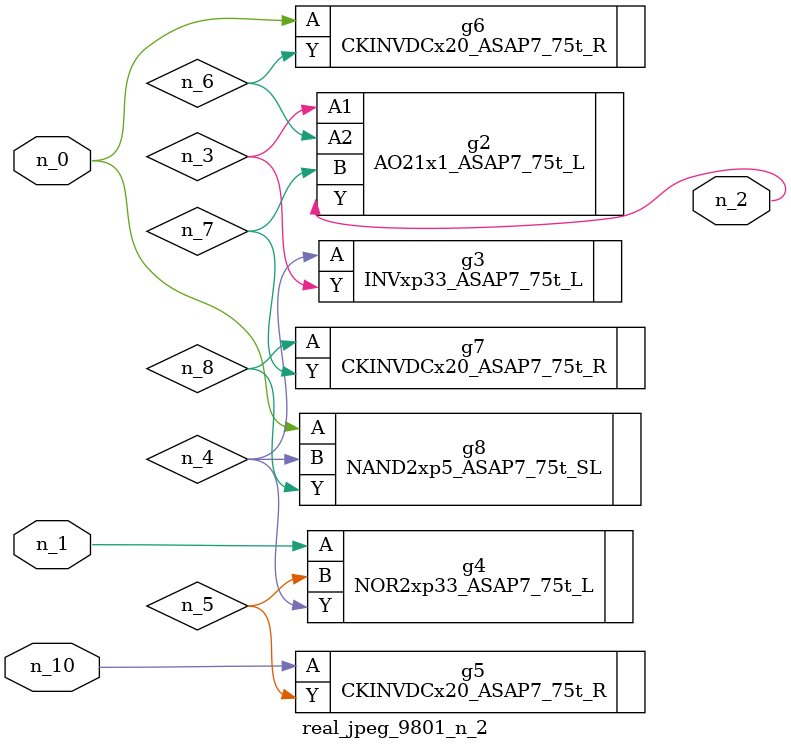
<source format=v>
module real_jpeg_9801_n_2 (n_1, n_10, n_0, n_2);

input n_1;
input n_10;
input n_0;

output n_2;

wire n_5;
wire n_4;
wire n_8;
wire n_6;
wire n_7;
wire n_3;

CKINVDCx20_ASAP7_75t_R g6 ( 
.A(n_0),
.Y(n_6)
);

NAND2xp5_ASAP7_75t_SL g8 ( 
.A(n_0),
.B(n_4),
.Y(n_8)
);

NOR2xp33_ASAP7_75t_L g4 ( 
.A(n_1),
.B(n_5),
.Y(n_4)
);

AO21x1_ASAP7_75t_L g2 ( 
.A1(n_3),
.A2(n_6),
.B(n_7),
.Y(n_2)
);

INVxp33_ASAP7_75t_L g3 ( 
.A(n_4),
.Y(n_3)
);

CKINVDCx20_ASAP7_75t_R g7 ( 
.A(n_8),
.Y(n_7)
);

CKINVDCx20_ASAP7_75t_R g5 ( 
.A(n_10),
.Y(n_5)
);


endmodule
</source>
